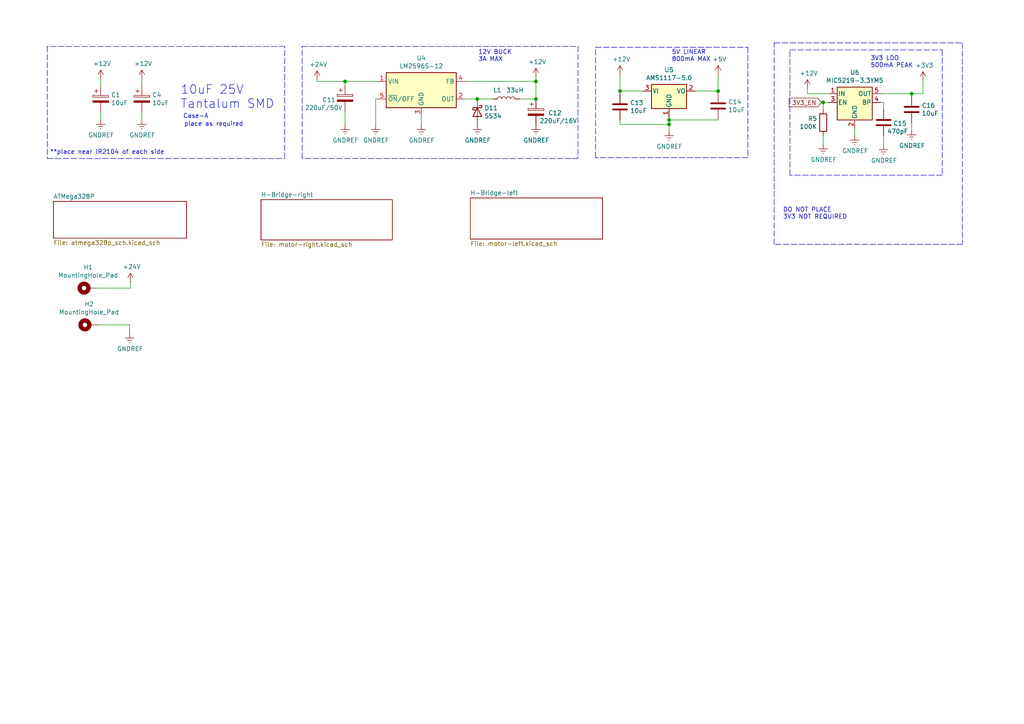
<source format=kicad_sch>
(kicad_sch (version 20211123) (generator eeschema)
  (paper "A4")
  (lib_symbols
    (symbol "Device:C" (pin_numbers hide) (pin_names (offset 0.254))
      (property "Reference" "C" (at 0.635 2.54 0))
      (property "Value" "C" (at 0.635 -2.54 0))
      (symbol "C_0_1"
        (polyline (pts (xy -2.032 -0.762) (xy 2.032 -0.762)) (stroke (width 0.508)))
        (polyline (pts (xy -2.032 0.762) (xy 2.032 0.762)) (stroke (width 0.508)))
      )
      (symbol "C_1_1"
        (pin passive line (at 0 3.81 270) (length 2.794) (name "~") (number "1"))
        (pin passive line (at 0 -3.81 90) (length 2.794) (name "~") (number "2"))
      )
    )
    (symbol "Device:CP" (pin_numbers hide) (pin_names (offset 0.254))
      (property "Reference" "C" (at 0.635 2.54 0))
      (property "Value" "Device_CP" (at 0.635 -2.54 0))
      (symbol "CP_0_1"
        (rectangle (start -2.286 0.508) (end 2.286 1.016))
        (polyline (pts (xy -1.778 2.286) (xy -0.762 2.286)))
        (polyline (pts (xy -1.27 2.794) (xy -1.27 1.778)))
        (rectangle (start 2.286 -0.508) (end -2.286 -1.016) (fill (type outline)))
      )
      (symbol "CP_1_1"
        (pin passive line (at 0 3.81 270) (length 2.794) (name "~") (number "1"))
        (pin passive line (at 0 -3.81 90) (length 2.794) (name "~") (number "2"))
      )
    )
    (symbol "Device:D_Schottky" (pin_numbers hide) (pin_names (offset 1.016) hide)
      (property "Reference" "D" (at 0 2.54 0))
      (property "Value" "D_Schottky" (at 0 -2.54 0))
      (symbol "D_Schottky_0_1"
        (polyline (pts (xy 1.27 0) (xy -1.27 0)))
        (polyline (pts (xy 1.27 1.27) (xy 1.27 -1.27) (xy -1.27 0) (xy 1.27 1.27)) (stroke (width 0.254)))
        (polyline (pts (xy -1.905 0.635) (xy -1.905 1.27) (xy -1.27 1.27) (xy -1.27 -1.27) (xy -0.635 -1.27) (xy -0.635 -0.635)) (stroke (width 0.254)))
      )
      (symbol "D_Schottky_1_1"
        (pin passive line (at -3.81 0 0) (length 2.54) (name "K") (number "1"))
        (pin passive line (at 3.81 0 180) (length 2.54) (name "A") (number "2"))
      )
    )
    (symbol "Device:L" (pin_numbers hide) (pin_names (offset 1.016) hide)
      (property "Reference" "L" (at -1.27 0 90))
      (property "Value" "L" (at 1.905 0 90))
      (symbol "L_0_1"
        (arc (start 0 -2.54) (mid 0.635 -1.905) (end 0 -1.27))
        (arc (start 0 -1.27) (mid 0.635 -0.635) (end 0 0))
        (arc (start 0 0) (mid 0.635 0.635) (end 0 1.27))
        (arc (start 0 1.27) (mid 0.635 1.905) (end 0 2.54))
      )
      (symbol "L_1_1"
        (pin passive line (at 0 3.81 270) (length 1.27) (name "1") (number "1"))
        (pin passive line (at 0 -3.81 90) (length 1.27) (name "2") (number "2"))
      )
    )
    (symbol "Device:R" (pin_numbers hide) (pin_names (offset 0))
      (property "Reference" "R" (at 2.032 0 90))
      (property "Value" "R" (at 0 0 90))
      (symbol "R_0_1"
        (rectangle (start -1.016 -2.54) (end 1.016 2.54) (stroke (width 0.254)))
      )
      (symbol "R_1_1"
        (pin passive line (at 0 3.81 270) (length 1.27) (name "~") (number "1"))
        (pin passive line (at 0 -3.81 90) (length 1.27) (name "~") (number "2"))
      )
    )
    (symbol "Mechanical:MountingHole_Pad" (pin_numbers hide) (pin_names (offset 1.016) hide)
      (property "Reference" "H" (at 0 6.35 0))
      (property "Value" "MountingHole_Pad" (at 0 4.445 0))
      (symbol "MountingHole_Pad_0_1"
        (circle (center 0 1.27) (radius 1.27) (stroke (width 1.27)))
      )
      (symbol "MountingHole_Pad_1_1"
        (pin input line (at 0 -2.54 90) (length 2.54) (name "1") (number "1"))
      )
    )
    (symbol "Regulator_Linear:AMS1117-5.0" (pin_names (offset 0.254))
      (property "Reference" "U" (at -3.81 3.175 0))
      (property "Value" "AMS1117-5.0" (at 0 3.175 0))
      (symbol "AMS1117-5.0_0_1"
        (rectangle (start -5.08 -5.08) (end 5.08 1.905) (stroke (width 0.254)) (fill (type background)))
      )
      (symbol "AMS1117-5.0_1_1"
        (pin power_in line (at 0 -7.62 90) (length 2.54) (name "GND") (number "1"))
        (pin power_out line (at 7.62 0 180) (length 2.54) (name "VO") (number "2"))
        (pin power_in line (at -7.62 0 0) (length 2.54) (name "VI") (number "3"))
      )
    )
    (symbol "Regulator_Linear:MIC5219-3.3YM5" (pin_names (offset 0.254))
      (property "Reference" "U" (at -3.81 5.715 0))
      (property "Value" "MIC5219-3.3YM5" (at 0 5.715 0))
      (symbol "MIC5219-3.3YM5_0_1"
        (rectangle (start -5.08 4.445) (end 5.08 -5.08) (stroke (width 0.254)) (fill (type background)))
      )
      (symbol "MIC5219-3.3YM5_1_1"
        (pin power_in line (at -7.62 2.54 0) (length 2.54) (name "IN") (number "1"))
        (pin power_in line (at 0 -7.62 90) (length 2.54) (name "GND") (number "2"))
        (pin input line (at -7.62 0 0) (length 2.54) (name "EN") (number "3"))
        (pin input line (at 7.62 0 180) (length 2.54) (name "BP") (number "4"))
        (pin power_out line (at 7.62 2.54 180) (length 2.54) (name "OUT") (number "5"))
      )
    )
    (symbol "Regulator_Switching:LM2596S-12"
      (property "Reference" "U" (at -10.16 6.35 0))
      (property "Value" "LM2596S-12" (at 0 6.35 0))
      (symbol "LM2596S-12_0_1"
        (rectangle (start -10.16 5.08) (end 10.16 -5.08) (stroke (width 0.254)) (fill (type background)))
      )
      (symbol "LM2596S-12_1_1"
        (pin power_in line (at -12.7 2.54 0) (length 2.54) (name "VIN") (number "1"))
        (pin output line (at 12.7 -2.54 180) (length 2.54) (name "OUT") (number "2"))
        (pin power_in line (at 0 -7.62 90) (length 2.54) (name "GND") (number "3"))
        (pin input line (at 12.7 2.54 180) (length 2.54) (name "FB") (number "4"))
        (pin input line (at -12.7 -2.54 0) (length 2.54) (name "~{ON}/OFF") (number "5"))
      )
    )
    (symbol "power:+12V" (power) (pin_names (offset 0))
      (property "Value" "+12V" (at 0 3.556 0))
      (symbol "+12V_0_1"
        (polyline (pts (xy -0.762 1.27) (xy 0 2.54)))
        (polyline (pts (xy 0 0) (xy 0 2.54)))
        (polyline (pts (xy 0 2.54) (xy 0.762 1.27)))
      )
      (symbol "+12V_1_1"
        (pin power_in line (at 0 0 90) (length 0) hide (name "+12V") (number "1"))
      )
    )
    (symbol "power:+24V" (power) (pin_names (offset 0))
      (property "Value" "+24V" (at 0 3.556 0))
      (symbol "+24V_0_1"
        (polyline (pts (xy -0.762 1.27) (xy 0 2.54)))
        (polyline (pts (xy 0 0) (xy 0 2.54)))
        (polyline (pts (xy 0 2.54) (xy 0.762 1.27)))
      )
      (symbol "+24V_1_1"
        (pin power_in line (at 0 0 90) (length 0) hide (name "+24V") (number "1"))
      )
    )
    (symbol "power:+3V3" (power) (pin_names (offset 0))
      (property "Value" "+3V3" (at 0 3.556 0))
      (symbol "+3V3_0_1"
        (polyline (pts (xy -0.762 1.27) (xy 0 2.54)))
        (polyline (pts (xy 0 0) (xy 0 2.54)))
        (polyline (pts (xy 0 2.54) (xy 0.762 1.27)))
      )
      (symbol "+3V3_1_1"
        (pin power_in line (at 0 0 90) (length 0) hide (name "+3V3") (number "1"))
      )
    )
    (symbol "power:+5V" (power) (pin_names (offset 0))
      (property "Value" "+5V" (at 0 3.556 0))
      (symbol "+5V_0_1"
        (polyline (pts (xy -0.762 1.27) (xy 0 2.54)))
        (polyline (pts (xy 0 0) (xy 0 2.54)))
        (polyline (pts (xy 0 2.54) (xy 0.762 1.27)))
      )
      (symbol "+5V_1_1"
        (pin power_in line (at 0 0 90) (length 0) hide (name "+5V") (number "1"))
      )
    )
    (symbol "power:GNDREF" (power) (pin_names (offset 0))
      (property "Value" "GNDREF" (at 0 -3.81 0))
      (symbol "GNDREF_0_1"
        (polyline (pts (xy -0.635 -1.905) (xy 0.635 -1.905)))
        (polyline (pts (xy -0.127 -2.54) (xy 0.127 -2.54)))
        (polyline (pts (xy 0 -1.27) (xy 0 0)))
        (polyline (pts (xy 1.27 -1.27) (xy -1.27 -1.27)))
      )
      (symbol "GNDREF_1_1"
        (pin power_in line (at 0 0 270) (length 0) hide (name "GNDREF") (number "1"))
      )
    )
  )
  (junction (at 208.28 26.416))
  (junction (at 100.076 23.622))
  (junction (at 138.43 28.702))
  (junction (at 194.056 36.068))
  (junction (at 238.76 29.718))
  (junction (at 179.832 26.416))
  (junction (at 155.448 28.702))
  (junction (at 264.414 27.178))
  (junction (at 155.448 23.622))
  (junction (at 194.056 34.798))
  (wire (pts (xy 29.21 22.86) (xy 29.21 24.892)))
  (polyline (pts (xy 279.146 12.446) (xy 279.146 70.866)))
  (wire (pts (xy 208.28 26.416) (xy 208.28 26.924)))
  (wire (pts (xy 91.948 23.622) (xy 91.948 23.114)))
  (wire (pts (xy 155.448 23.622) (xy 155.448 28.702)))
  (wire (pts (xy 194.056 36.068) (xy 194.056 34.798)))
  (wire (pts (xy 109.474 28.702) (xy 108.966 28.702)))
  (polyline (pts (xy 216.916 13.716) (xy 216.916 45.72)))
  (polyline (pts (xy 167.64 13.462) (xy 167.64 45.974)))
  (polyline (pts (xy 13.716 45.974) (xy 82.55 45.974)))
  (wire (pts (xy 238.76 39.37) (xy 238.76 41.91)))
  (wire (pts (xy 29.21 32.512) (xy 29.21 34.798)))
  (wire (pts (xy 264.414 27.178) (xy 267.716 27.178)))
  (wire (pts (xy 138.43 28.702) (xy 143.002 28.702)))
  (wire (pts (xy 179.832 36.068) (xy 194.056 36.068)))
  (wire (pts (xy 247.904 37.338) (xy 247.904 39.37)))
  (wire (pts (xy 100.076 32.258) (xy 100.076 36.322)))
  (polyline (pts (xy 279.146 70.866) (xy 224.536 70.866)))
  (wire (pts (xy 28.448 94.234) (xy 37.592 94.234)))
  (polyline (pts (xy 87.63 13.462) (xy 167.64 13.462)))
  (polyline (pts (xy 273.304 14.478) (xy 273.304 50.8)))
  (wire (pts (xy 208.28 34.544) (xy 208.28 34.798)))
  (polyline (pts (xy 82.55 45.974) (xy 82.55 13.462)))
  (wire (pts (xy 267.716 27.178) (xy 267.716 23.368)))
  (polyline (pts (xy 13.716 13.462) (xy 13.716 45.974)))
  (wire (pts (xy 100.076 24.638) (xy 100.076 23.622)))
  (polyline (pts (xy 165.608 45.974) (xy 87.63 45.974)))
  (wire (pts (xy 264.414 27.94) (xy 264.414 27.178)))
  (wire (pts (xy 179.832 26.416) (xy 179.832 21.59)))
  (polyline (pts (xy 167.64 45.974) (xy 165.862 45.974)))
  (polyline (pts (xy 229.108 14.478) (xy 273.304 14.478)))
  (wire (pts (xy 208.28 26.416) (xy 208.28 21.59)))
  (wire (pts (xy 186.436 26.416) (xy 179.832 26.416)))
  (wire (pts (xy 134.874 28.702) (xy 138.43 28.702)))
  (polyline (pts (xy 224.536 70.866) (xy 224.536 12.446)))
  (wire (pts (xy 155.448 23.622) (xy 155.448 22.352)))
  (wire (pts (xy 238.252 29.718) (xy 238.76 29.718)))
  (wire (pts (xy 264.414 35.56) (xy 264.414 37.846)))
  (polyline (pts (xy 224.536 12.446) (xy 279.146 12.446)))
  (wire (pts (xy 109.474 23.622) (xy 100.076 23.622)))
  (wire (pts (xy 37.592 94.234) (xy 37.592 96.774)))
  (wire (pts (xy 134.874 23.622) (xy 155.448 23.622)))
  (polyline (pts (xy 229.108 50.8) (xy 229.108 14.478)))
  (wire (pts (xy 41.148 24.892) (xy 41.148 22.86)))
  (wire (pts (xy 234.188 27.178) (xy 240.284 27.178)))
  (wire (pts (xy 150.622 28.702) (xy 155.448 28.702)))
  (wire (pts (xy 194.056 36.068) (xy 194.056 38.1)))
  (wire (pts (xy 122.174 33.782) (xy 122.174 36.322)))
  (wire (pts (xy 100.076 23.622) (xy 91.948 23.622)))
  (polyline (pts (xy 82.55 13.462) (xy 13.716 13.462)))
  (wire (pts (xy 108.966 28.702) (xy 108.966 36.322)))
  (wire (pts (xy 256.286 29.718) (xy 256.286 31.75)))
  (wire (pts (xy 179.832 26.416) (xy 179.832 27.178)))
  (wire (pts (xy 240.284 29.718) (xy 238.76 29.718)))
  (polyline (pts (xy 172.72 45.72) (xy 172.72 13.716)))
  (wire (pts (xy 255.524 29.718) (xy 256.286 29.718)))
  (wire (pts (xy 238.76 31.75) (xy 238.76 29.718)))
  (polyline (pts (xy 216.916 45.72) (xy 172.72 45.72)))
  (wire (pts (xy 37.846 83.566) (xy 37.846 81.788)))
  (wire (pts (xy 201.676 26.416) (xy 208.28 26.416)))
  (wire (pts (xy 256.286 39.37) (xy 256.286 42.164)))
  (wire (pts (xy 41.148 34.798) (xy 41.148 32.512)))
  (wire (pts (xy 208.28 34.798) (xy 194.056 34.798)))
  (wire (pts (xy 28.194 83.566) (xy 37.846 83.566)))
  (wire (pts (xy 255.524 27.178) (xy 264.414 27.178)))
  (polyline (pts (xy 273.304 50.8) (xy 229.108 50.8)))
  (wire (pts (xy 179.832 34.798) (xy 179.832 36.068)))
  (polyline (pts (xy 172.72 13.716) (xy 216.916 13.716)))
  (polyline (pts (xy 87.63 45.974) (xy 87.63 13.462)))
  (wire (pts (xy 194.056 34.798) (xy 194.056 34.036)))
  (wire (pts (xy 234.188 25.654) (xy 234.188 27.178)))
  (text "10uF 25V \nTantalum SMD" (at 52.324 31.75 0) (effects (font (size 2.54 2.54)) (justify left bottom)))
  (text "3V3 LDO\n500mA PEAK" (at 252.476 19.812 0) (effects (font (size 1.27 1.27)) (justify left bottom)))
  (text "DO NOT PLACE\n3V3 NOT REQUIRED\n" (at 227.076 63.754 0) (effects (font (size 1.27 1.27)) (justify left bottom)))
  (text "Case-A" (at 53.086 34.544 0) (effects (font (size 1.27 1.27)) (justify left bottom)))
  (text "12V BUCK\n3A MAX\n" (at 138.684 18.034 0) (effects (font (size 1.27 1.27)) (justify left bottom)))
  (text "5V LINEAR\n800mA MAX" (at 194.818 18.034 0) (effects (font (size 1.27 1.27)) (justify left bottom)))
  (text "place as required" (at 53.34 36.83 0) (effects (font (size 1.27 1.27)) (justify left bottom)))
  (text "**place near IR2104 of each side" (at 14.478 44.958 0) (effects (font (size 1.27 1.27)) (justify left bottom)))
  (global_label "3V3_EN" (shape input) (at 238.252 29.718 180) (property "Intersheet References" "${INTERSHEET_REFS}" (effects hide)))
  (symbol (lib_id "Device:CP") (at 29.21 28.702 0) (unit 1)
    (property "Reference" "C1" (at 32.2072 27.5336 0) (effects (justify left)))
    (property "Value" "10uF" (at 32.2072 29.845 0) (effects (justify left)))
    (property "Footprint" "Capacitor_Tantalum_SMD:CP_EIA-3216-18_Kemet-A" (effects hide))
  )
  (symbol (lib_id "power:+24V") (at 37.846 81.788 0) (unit 1)
    (property "Reference" "#PWR076" (effects hide))
    (property "Value" "+24V" (at 38.227 77.3938 0))
  )
  (symbol (lib_id "power:GNDREF") (at 37.592 96.774 0) (unit 1)
    (property "Reference" "#PWR075" (effects hide))
    (property "Value" "GNDREF" (at 37.719 101.1682 0))
  )
  (symbol (lib_id "Mechanical:MountingHole_Pad") (at 25.654 83.566 90) (unit 1)
    (property "Reference" "H1" (at 25.5778 77.5462 90))
    (property "Value" "MountingHole_Pad" (at 25.5778 79.8576 90))
    (property "Footprint" "MountingHole:MountingHole_2.2mm_M2_Pad_Via" (effects hide))
  )
  (symbol (lib_id "Mechanical:MountingHole_Pad") (at 25.908 94.234 90) (unit 1)
    (property "Reference" "H2" (at 25.8318 88.2142 90))
    (property "Value" "MountingHole_Pad" (at 25.8318 90.5256 90))
    (property "Footprint" "MountingHole:MountingHole_2.2mm_M2_Pad_Via" (effects hide))
  )
  (symbol (lib_id "power:+12V") (at 29.21 22.86 0) (unit 1)
    (property "Reference" "#PWR01" (effects hide))
    (property "Value" "+12V" (at 29.591 18.4658 0))
  )
  (symbol (lib_id "power:GNDREF") (at 29.21 34.798 0) (unit 1)
    (property "Reference" "#PWR02" (effects hide))
    (property "Value" "GNDREF" (at 29.337 39.1922 0))
  )
  (symbol (lib_id "Device:CP") (at 41.148 28.702 0) (unit 1)
    (property "Reference" "C4" (at 44.1452 27.5336 0) (effects (justify left)))
    (property "Value" "10uF" (at 44.1452 29.845 0) (effects (justify left)))
    (property "Footprint" "Capacitor_Tantalum_SMD:CP_EIA-3216-18_Kemet-A" (effects hide))
  )
  (symbol (lib_id "power:+12V") (at 41.148 22.86 0) (unit 1)
    (property "Reference" "#PWR06" (effects hide))
    (property "Value" "+12V" (at 41.529 18.4658 0))
  )
  (symbol (lib_id "power:GNDREF") (at 41.148 34.798 0) (unit 1)
    (property "Reference" "#PWR07" (effects hide))
    (property "Value" "GNDREF" (at 41.275 39.1922 0))
  )
  (symbol (lib_id "Regulator_Switching:LM2596S-12") (at 122.174 26.162 0) (unit 1)
    (property "Reference" "U4" (at 122.174 16.8402 0))
    (property "Value" "LM2596S-12" (at 122.174 19.1516 0))
    (property "Footprint" "Package_TO_SOT_SMD:TO-263-5_TabPin3" (effects hide))
    (property "Datasheet" "http://www.ti.com/lit/ds/symlink/lm2596.pdf" (effects hide))
  )
  (symbol (lib_id "Device:CP") (at 100.076 28.448 0) (unit 1)
    (property "Reference" "C11" (at 93.472 28.956 0) (effects (justify left)))
    (property "Value" "220uF/50V" (at 88.392 31.242 0) (effects (justify left)))
    (property "Footprint" "Capacitor_SMD:CP_Elec_10x10.5" (effects hide))
  )
  (symbol (lib_id "power:GNDREF") (at 108.966 36.322 0) (unit 1)
    (property "Reference" "#PWR024" (effects hide))
    (property "Value" "GNDREF" (at 109.093 40.7162 0))
  )
  (symbol (lib_id "power:+24V") (at 91.948 23.114 0) (unit 1)
    (property "Reference" "#PWR022" (effects hide))
    (property "Value" "+24V" (at 92.329 18.7198 0))
  )
  (symbol (lib_id "power:+12V") (at 155.448 22.352 0) (unit 1)
    (property "Reference" "#PWR027" (effects hide))
    (property "Value" "+12V" (at 155.829 17.9578 0))
  )
  (symbol (lib_id "Device:D_Schottky") (at 138.43 32.512 270) (unit 1)
    (property "Reference" "D11" (at 140.462 31.3436 90) (effects (justify left)))
    (property "Value" "SS34" (at 140.462 33.655 90) (effects (justify left)))
    (property "Footprint" "Diode_SMD:D_SMA" (effects hide))
  )
  (symbol (lib_id "Device:CP") (at 155.448 32.512 0) (unit 1)
    (property "Reference" "C12" (at 159.004 32.766 0) (effects (justify left)))
    (property "Value" "220uF/16V" (at 156.464 35.052 0) (effects (justify left)))
    (property "Footprint" "Capacitor_SMD:CP_Elec_6.3x7.7" (effects hide))
  )
  (symbol (lib_id "Device:L") (at 146.812 28.702 90) (unit 1)
    (property "Reference" "L1" (at 144.272 26.162 90))
    (property "Value" "33uH" (at 149.352 26.162 90))
    (property "Footprint" "Inductor_SMD:L_12x12mm_H4.5mm" (effects hide))
  )
  (symbol (lib_id "power:GNDREF") (at 122.174 36.322 0) (unit 1)
    (property "Reference" "#PWR025" (effects hide))
    (property "Value" "GNDREF" (at 122.301 40.7162 0))
  )
  (symbol (lib_id "power:GNDREF") (at 100.076 36.322 0) (unit 1)
    (property "Reference" "#PWR023" (effects hide))
    (property "Value" "GNDREF" (at 100.203 40.7162 0))
  )
  (symbol (lib_id "power:GNDREF") (at 138.43 36.322 0) (unit 1)
    (property "Reference" "#PWR026" (effects hide))
    (property "Value" "GNDREF" (at 138.557 40.7162 0))
  )
  (symbol (lib_id "power:GNDREF") (at 155.448 36.322 0) (unit 1)
    (property "Reference" "#PWR028" (effects hide))
    (property "Value" "GNDREF" (at 155.575 40.7162 0))
  )
  (symbol (lib_id "Regulator_Linear:AMS1117-5.0") (at 194.056 26.416 0) (unit 1)
    (property "Reference" "U5" (at 194.056 20.2692 0))
    (property "Value" "AMS1117-5.0" (at 194.056 22.5806 0))
    (property "Footprint" "Package_TO_SOT_SMD:SOT-223-3_TabPin2" (effects hide))
    (property "Datasheet" "http://www.advanced-monolithic.com/pdf/ds1117.pdf" (effects hide))
  )
  (symbol (lib_id "power:+12V") (at 179.832 21.59 0) (unit 1)
    (property "Reference" "#PWR029" (effects hide))
    (property "Value" "+12V" (at 180.213 17.1958 0))
  )
  (symbol (lib_id "power:+5V") (at 208.28 21.59 0) (unit 1)
    (property "Reference" "#PWR031" (effects hide))
    (property "Value" "+5V" (at 208.661 17.1958 0))
  )
  (symbol (lib_id "power:GNDREF") (at 194.056 38.1 0) (unit 1)
    (property "Reference" "#PWR030" (effects hide))
    (property "Value" "GNDREF" (at 194.183 42.4942 0))
  )
  (symbol (lib_id "Device:C") (at 179.832 30.988 0) (unit 1)
    (property "Reference" "C13" (at 182.753 29.8196 0) (effects (justify left)))
    (property "Value" "10uF" (at 182.753 32.131 0) (effects (justify left)))
    (property "Footprint" "Capacitor_SMD:C_0805_2012Metric" (effects hide))
  )
  (symbol (lib_id "Device:C") (at 208.28 30.734 0) (unit 1)
    (property "Reference" "C14" (at 211.201 29.5656 0) (effects (justify left)))
    (property "Value" "10uF" (at 211.201 31.877 0) (effects (justify left)))
    (property "Footprint" "Capacitor_SMD:C_0805_2012Metric" (effects hide))
  )
  (symbol (lib_id "Regulator_Linear:MIC5219-3.3YM5") (at 247.904 29.718 0) (unit 1)
    (property "Reference" "U6" (at 247.904 21.0312 0))
    (property "Value" "MIC5219-3.3YM5" (at 247.904 23.3426 0))
    (property "Footprint" "Package_TO_SOT_SMD:SOT-23-5" (effects hide))
    (property "Datasheet" "http://ww1.microchip.com/downloads/en/DeviceDoc/MIC5219-500mA-Peak-Output-LDO-Regulator-DS20006021A.pdf" (effects hide))
  )
  (symbol (lib_id "power:+12V") (at 234.188 25.654 0) (unit 1)
    (property "Reference" "#PWR032" (effects hide))
    (property "Value" "+12V" (at 234.569 21.2598 0))
  )
  (symbol (lib_id "power:GNDREF") (at 247.904 39.37 0) (unit 1)
    (property "Reference" "#PWR034" (effects hide))
    (property "Value" "GNDREF" (at 248.031 43.7642 0))
  )
  (symbol (lib_id "power:+3V3") (at 267.716 23.368 0) (unit 1)
    (property "Reference" "#PWR037" (effects hide))
    (property "Value" "+3V3" (at 268.097 18.9738 0))
  )
  (symbol (lib_id "Device:C") (at 264.414 31.75 0) (unit 1)
    (property "Reference" "C16" (at 267.335 30.5816 0) (effects (justify left)))
    (property "Value" "10uF" (at 267.335 32.893 0) (effects (justify left)))
    (property "Footprint" "Capacitor_SMD:C_0805_2012Metric" (effects hide))
  )
  (symbol (lib_id "Device:C") (at 256.286 35.56 0) (unit 1)
    (property "Reference" "C15" (at 259.08 35.814 0) (effects (justify left)))
    (property "Value" "470pF" (at 257.302 38.1 0) (effects (justify left)))
    (property "Footprint" "Capacitor_SMD:C_0805_2012Metric" (effects hide))
  )
  (symbol (lib_id "power:GNDREF") (at 264.414 37.846 0) (unit 1)
    (property "Reference" "#PWR036" (effects hide))
    (property "Value" "GNDREF" (at 264.541 42.2402 0))
  )
  (symbol (lib_id "power:GNDREF") (at 256.286 42.164 0) (unit 1)
    (property "Reference" "#PWR035" (effects hide))
    (property "Value" "GNDREF" (at 256.413 46.5582 0))
  )
  (symbol (lib_id "Device:R") (at 238.76 35.56 0) (mirror x) (unit 1)
    (property "Reference" "R5" (at 237.0074 34.3916 0) (effects (justify right)))
    (property "Value" "100K" (at 237.0074 36.703 0) (effects (justify right)))
    (property "Footprint" "Resistor_SMD:R_0805_2012Metric" (effects hide))
  )
  (symbol (lib_id "power:GNDREF") (at 238.76 41.91 0) (unit 1)
    (property "Reference" "#PWR033" (effects hide))
    (property "Value" "GNDREF" (at 238.887 46.3042 0))
  )
  (sheet (at 75.692 57.912) (size 38.1 11.684)
    (property "Sheet name" "H-Bridge-right" (at 75.692 57.2004 0) (effects (justify left bottom)))
    (property "Sheet file" "motor-right.kicad_sch" (at 75.692 70.1806 0) (effects (justify left top)))
  )
  (sheet (at 136.398 57.404) (size 38.354 11.938)
    (property "Sheet name" "H-Bridge-left" (at 136.398 56.6924 0) (effects (justify left bottom)))
    (property "Sheet file" "motor-left.kicad_sch" (at 136.398 69.9266 0) (effects (justify left top)))
  )
  (sheet (at 15.494 58.42) (size 38.608 10.668)
    (property "Sheet name" "ATMega328P" (at 15.494 57.7084 0) (effects (justify left bottom)))
    (property "Sheet file" "atmega328p_sch.kicad_sch" (at 15.494 69.6726 0) (effects (justify left top)))
  )
)
</source>
